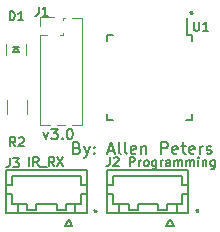
<source format=gbr>
G04 #@! TF.GenerationSoftware,KiCad,Pcbnew,(5.0.0)*
G04 #@! TF.CreationDate,2020-09-19T09:09:07-07:00*
G04 #@! TF.ProjectId,GrenadeConversion3,4772656E616465436F6E76657273696F,rev?*
G04 #@! TF.SameCoordinates,Original*
G04 #@! TF.FileFunction,Legend,Top*
G04 #@! TF.FilePolarity,Positive*
%FSLAX46Y46*%
G04 Gerber Fmt 4.6, Leading zero omitted, Abs format (unit mm)*
G04 Created by KiCad (PCBNEW (5.0.0)) date 09/19/20 09:09:07*
%MOMM*%
%LPD*%
G01*
G04 APERTURE LIST*
%ADD10C,0.127000*%
%ADD11C,0.200000*%
%ADD12C,0.150000*%
%ADD13C,0.120000*%
G04 APERTURE END LIST*
D10*
X105029000Y-92964000D02*
X105537000Y-92964000D01*
X105537000Y-93345000D02*
X105283000Y-92964000D01*
X105029000Y-93345000D02*
X105537000Y-93345000D01*
X105283000Y-92964000D02*
X105029000Y-93345000D01*
X120634760Y-106671049D02*
X120634760Y-106792001D01*
X120513807Y-106743620D02*
X120634760Y-106792001D01*
X120755712Y-106743620D01*
X120562188Y-106888763D02*
X120634760Y-106792001D01*
X120707331Y-106888763D01*
X112029240Y-106696449D02*
X112029240Y-106817401D01*
X111908287Y-106769020D02*
X112029240Y-106817401D01*
X112150192Y-106769020D01*
X111956668Y-106914163D02*
X112029240Y-106817401D01*
X112101811Y-106914163D01*
X120142000Y-89891809D02*
X120142000Y-90012761D01*
X120021047Y-89964380D02*
X120142000Y-90012761D01*
X120262952Y-89964380D01*
X120069428Y-90109523D02*
X120142000Y-90012761D01*
X120214571Y-90109523D01*
X107574080Y-100164900D02*
X107785746Y-100757566D01*
X107997413Y-100164900D01*
X108251413Y-99868566D02*
X108801746Y-99868566D01*
X108505413Y-100207233D01*
X108632413Y-100207233D01*
X108717080Y-100249566D01*
X108759413Y-100291900D01*
X108801746Y-100376566D01*
X108801746Y-100588233D01*
X108759413Y-100672900D01*
X108717080Y-100715233D01*
X108632413Y-100757566D01*
X108378413Y-100757566D01*
X108293746Y-100715233D01*
X108251413Y-100672900D01*
X109182746Y-100672900D02*
X109225080Y-100715233D01*
X109182746Y-100757566D01*
X109140413Y-100715233D01*
X109182746Y-100672900D01*
X109182746Y-100757566D01*
X109775413Y-99868566D02*
X109860080Y-99868566D01*
X109944746Y-99910900D01*
X109987080Y-99953233D01*
X110029413Y-100037900D01*
X110071746Y-100207233D01*
X110071746Y-100418900D01*
X110029413Y-100588233D01*
X109987080Y-100672900D01*
X109944746Y-100715233D01*
X109860080Y-100757566D01*
X109775413Y-100757566D01*
X109690746Y-100715233D01*
X109648413Y-100672900D01*
X109606080Y-100588233D01*
X109563746Y-100418900D01*
X109563746Y-100207233D01*
X109606080Y-100037900D01*
X109648413Y-99953233D01*
X109690746Y-99910900D01*
X109775413Y-99868566D01*
D11*
X110445920Y-101467611D02*
X110588777Y-101515230D01*
X110636396Y-101562849D01*
X110684015Y-101658087D01*
X110684015Y-101800944D01*
X110636396Y-101896182D01*
X110588777Y-101943801D01*
X110493539Y-101991420D01*
X110112586Y-101991420D01*
X110112586Y-100991420D01*
X110445920Y-100991420D01*
X110541158Y-101039040D01*
X110588777Y-101086659D01*
X110636396Y-101181897D01*
X110636396Y-101277135D01*
X110588777Y-101372373D01*
X110541158Y-101419992D01*
X110445920Y-101467611D01*
X110112586Y-101467611D01*
X111017348Y-101324754D02*
X111255443Y-101991420D01*
X111493539Y-101324754D02*
X111255443Y-101991420D01*
X111160205Y-102229516D01*
X111112586Y-102277135D01*
X111017348Y-102324754D01*
X111874491Y-101896182D02*
X111922110Y-101943801D01*
X111874491Y-101991420D01*
X111826872Y-101943801D01*
X111874491Y-101896182D01*
X111874491Y-101991420D01*
X111874491Y-101372373D02*
X111922110Y-101419992D01*
X111874491Y-101467611D01*
X111826872Y-101419992D01*
X111874491Y-101372373D01*
X111874491Y-101467611D01*
X113064967Y-101705706D02*
X113541158Y-101705706D01*
X112969729Y-101991420D02*
X113303062Y-100991420D01*
X113636396Y-101991420D01*
X114112586Y-101991420D02*
X114017348Y-101943801D01*
X113969729Y-101848563D01*
X113969729Y-100991420D01*
X114636396Y-101991420D02*
X114541158Y-101943801D01*
X114493539Y-101848563D01*
X114493539Y-100991420D01*
X115398300Y-101943801D02*
X115303062Y-101991420D01*
X115112586Y-101991420D01*
X115017348Y-101943801D01*
X114969729Y-101848563D01*
X114969729Y-101467611D01*
X115017348Y-101372373D01*
X115112586Y-101324754D01*
X115303062Y-101324754D01*
X115398300Y-101372373D01*
X115445920Y-101467611D01*
X115445920Y-101562849D01*
X114969729Y-101658087D01*
X115874491Y-101324754D02*
X115874491Y-101991420D01*
X115874491Y-101419992D02*
X115922110Y-101372373D01*
X116017348Y-101324754D01*
X116160205Y-101324754D01*
X116255443Y-101372373D01*
X116303062Y-101467611D01*
X116303062Y-101991420D01*
X117541158Y-101991420D02*
X117541158Y-100991420D01*
X117922110Y-100991420D01*
X118017348Y-101039040D01*
X118064967Y-101086659D01*
X118112586Y-101181897D01*
X118112586Y-101324754D01*
X118064967Y-101419992D01*
X118017348Y-101467611D01*
X117922110Y-101515230D01*
X117541158Y-101515230D01*
X118922110Y-101943801D02*
X118826872Y-101991420D01*
X118636396Y-101991420D01*
X118541158Y-101943801D01*
X118493539Y-101848563D01*
X118493539Y-101467611D01*
X118541158Y-101372373D01*
X118636396Y-101324754D01*
X118826872Y-101324754D01*
X118922110Y-101372373D01*
X118969729Y-101467611D01*
X118969729Y-101562849D01*
X118493539Y-101658087D01*
X119255443Y-101324754D02*
X119636396Y-101324754D01*
X119398300Y-100991420D02*
X119398300Y-101848563D01*
X119445920Y-101943801D01*
X119541158Y-101991420D01*
X119636396Y-101991420D01*
X120350681Y-101943801D02*
X120255443Y-101991420D01*
X120064967Y-101991420D01*
X119969729Y-101943801D01*
X119922110Y-101848563D01*
X119922110Y-101467611D01*
X119969729Y-101372373D01*
X120064967Y-101324754D01*
X120255443Y-101324754D01*
X120350681Y-101372373D01*
X120398300Y-101467611D01*
X120398300Y-101562849D01*
X119922110Y-101658087D01*
X120826872Y-101991420D02*
X120826872Y-101324754D01*
X120826872Y-101515230D02*
X120874491Y-101419992D01*
X120922110Y-101372373D01*
X121017348Y-101324754D01*
X121112586Y-101324754D01*
X121398300Y-101943801D02*
X121493539Y-101991420D01*
X121684015Y-101991420D01*
X121779253Y-101943801D01*
X121826872Y-101848563D01*
X121826872Y-101800944D01*
X121779253Y-101705706D01*
X121684015Y-101658087D01*
X121541158Y-101658087D01*
X121445920Y-101610468D01*
X121398300Y-101515230D01*
X121398300Y-101467611D01*
X121445920Y-101372373D01*
X121541158Y-101324754D01*
X121684015Y-101324754D01*
X121779253Y-101372373D01*
D12*
G04 #@! TO.C,U1*
X119733000Y-91879000D02*
X119733000Y-90504000D01*
X120183000Y-99129000D02*
X120183000Y-98604000D01*
X112933000Y-99129000D02*
X112933000Y-98604000D01*
X112933000Y-91879000D02*
X112933000Y-92404000D01*
X120183000Y-91879000D02*
X120183000Y-92404000D01*
X112933000Y-91879000D02*
X113458000Y-91879000D01*
X112933000Y-99129000D02*
X113458000Y-99129000D01*
X120183000Y-99129000D02*
X119658000Y-99129000D01*
X120183000Y-91879000D02*
X119733000Y-91879000D01*
D13*
G04 #@! TO.C,J1*
X107328000Y-90426000D02*
X108458000Y-90426000D01*
X107328000Y-91186000D02*
X107328000Y-90426000D01*
X110035530Y-90491000D02*
X110858000Y-90491000D01*
X109218000Y-90491000D02*
X109420470Y-90491000D01*
X109218000Y-90622529D02*
X109218000Y-90491000D01*
X109218000Y-91892529D02*
X109218000Y-91749471D01*
X109021471Y-91946000D02*
X109164529Y-91946000D01*
X107328000Y-91946000D02*
X107894529Y-91946000D01*
X110858000Y-90491000D02*
X110858000Y-99501000D01*
X107328000Y-91946000D02*
X107328000Y-99501000D01*
X108765530Y-99501000D02*
X109420470Y-99501000D01*
X110035530Y-99501000D02*
X110858000Y-99501000D01*
X107328000Y-99501000D02*
X108150470Y-99501000D01*
G04 #@! TO.C,D1*
X104433000Y-92636400D02*
X104433000Y-93636400D01*
X106133000Y-93636400D02*
X106133000Y-92636400D01*
D12*
G04 #@! TO.C,J2*
X114804000Y-106198000D02*
X114004000Y-106198000D01*
X114804000Y-106698000D02*
X114804000Y-106198000D01*
X115554000Y-106698000D02*
X114804000Y-106698000D01*
X115554000Y-106198000D02*
X115554000Y-106698000D01*
X117304000Y-106198000D02*
X115554000Y-106198000D01*
X117304000Y-106698000D02*
X117304000Y-106198000D01*
X118054000Y-106698000D02*
X117304000Y-106698000D01*
X118054000Y-106198000D02*
X118054000Y-106698000D01*
X118854000Y-106198000D02*
X118054000Y-106198000D01*
X114004000Y-106198000D02*
X114004000Y-106948000D01*
X113504000Y-106198000D02*
X114004000Y-106198000D01*
X113504000Y-105398000D02*
X113504000Y-106198000D01*
X113004000Y-105398000D02*
X113504000Y-105398000D01*
X118854000Y-106198000D02*
X118854000Y-106948000D01*
X119354000Y-106198000D02*
X118854000Y-106198000D01*
X119354000Y-105398000D02*
X119354000Y-106198000D01*
X119854000Y-105398000D02*
X119354000Y-105398000D01*
X113504000Y-104648000D02*
X113004000Y-104648000D01*
X113504000Y-103848000D02*
X113504000Y-104648000D01*
X119354000Y-103848000D02*
X113504000Y-103848000D01*
X119354000Y-104648000D02*
X119354000Y-103848000D01*
X119854000Y-104648000D02*
X119354000Y-104648000D01*
X118004000Y-108048000D02*
X118304000Y-107448000D01*
X118604000Y-108048000D02*
X118004000Y-108048000D01*
X118304000Y-107448000D02*
X118604000Y-108048000D01*
X113004000Y-106948000D02*
X119854000Y-106948000D01*
X113004000Y-103348000D02*
X113004000Y-106948000D01*
X119854000Y-103348000D02*
X113004000Y-103348000D01*
X119854000Y-106948000D02*
X119854000Y-103348000D01*
G04 #@! TO.C,J3*
X111278000Y-106948000D02*
X111278000Y-103348000D01*
X111278000Y-103348000D02*
X104428000Y-103348000D01*
X104428000Y-103348000D02*
X104428000Y-106948000D01*
X104428000Y-106948000D02*
X111278000Y-106948000D01*
X109728000Y-107448000D02*
X110028000Y-108048000D01*
X110028000Y-108048000D02*
X109428000Y-108048000D01*
X109428000Y-108048000D02*
X109728000Y-107448000D01*
X111278000Y-104648000D02*
X110778000Y-104648000D01*
X110778000Y-104648000D02*
X110778000Y-103848000D01*
X110778000Y-103848000D02*
X104928000Y-103848000D01*
X104928000Y-103848000D02*
X104928000Y-104648000D01*
X104928000Y-104648000D02*
X104428000Y-104648000D01*
X111278000Y-105398000D02*
X110778000Y-105398000D01*
X110778000Y-105398000D02*
X110778000Y-106198000D01*
X110778000Y-106198000D02*
X110278000Y-106198000D01*
X110278000Y-106198000D02*
X110278000Y-106948000D01*
X104428000Y-105398000D02*
X104928000Y-105398000D01*
X104928000Y-105398000D02*
X104928000Y-106198000D01*
X104928000Y-106198000D02*
X105428000Y-106198000D01*
X105428000Y-106198000D02*
X105428000Y-106948000D01*
X110278000Y-106198000D02*
X109478000Y-106198000D01*
X109478000Y-106198000D02*
X109478000Y-106698000D01*
X109478000Y-106698000D02*
X108728000Y-106698000D01*
X108728000Y-106698000D02*
X108728000Y-106198000D01*
X108728000Y-106198000D02*
X106978000Y-106198000D01*
X106978000Y-106198000D02*
X106978000Y-106698000D01*
X106978000Y-106698000D02*
X106228000Y-106698000D01*
X106228000Y-106698000D02*
X106228000Y-106198000D01*
X106228000Y-106198000D02*
X105428000Y-106198000D01*
D13*
G04 #@! TO.C,R2*
X104463960Y-98622400D02*
X104463960Y-97422400D01*
X106223960Y-97422400D02*
X106223960Y-98622400D01*
G04 #@! TO.C,U1*
D10*
X120327428Y-90796714D02*
X120327428Y-91413571D01*
X120363714Y-91486142D01*
X120400000Y-91522428D01*
X120472571Y-91558714D01*
X120617714Y-91558714D01*
X120690285Y-91522428D01*
X120726571Y-91486142D01*
X120762857Y-91413571D01*
X120762857Y-90796714D01*
X121524857Y-91558714D02*
X121089428Y-91558714D01*
X121307142Y-91558714D02*
X121307142Y-90796714D01*
X121234571Y-90905571D01*
X121162000Y-90978142D01*
X121089428Y-91014428D01*
G04 #@! TO.C,J1*
X107188000Y-89498714D02*
X107188000Y-90043000D01*
X107151714Y-90151857D01*
X107079142Y-90224428D01*
X106970285Y-90260714D01*
X106897714Y-90260714D01*
X107950000Y-90260714D02*
X107514571Y-90260714D01*
X107732285Y-90260714D02*
X107732285Y-89498714D01*
X107659714Y-89607571D01*
X107587142Y-89680142D01*
X107514571Y-89716428D01*
G04 #@! TO.C,D1*
X104720571Y-90667114D02*
X104720571Y-89905114D01*
X104902000Y-89905114D01*
X105010857Y-89941400D01*
X105083428Y-90013971D01*
X105119714Y-90086542D01*
X105156000Y-90231685D01*
X105156000Y-90340542D01*
X105119714Y-90485685D01*
X105083428Y-90558257D01*
X105010857Y-90630828D01*
X104902000Y-90667114D01*
X104720571Y-90667114D01*
X105881714Y-90667114D02*
X105446285Y-90667114D01*
X105664000Y-90667114D02*
X105664000Y-89905114D01*
X105591428Y-90013971D01*
X105518857Y-90086542D01*
X105446285Y-90122828D01*
G04 #@! TO.C,J2*
X113202720Y-102269834D02*
X113202720Y-102814120D01*
X113166434Y-102922977D01*
X113093862Y-102995548D01*
X112985005Y-103031834D01*
X112912434Y-103031834D01*
X113529291Y-102342405D02*
X113565577Y-102306120D01*
X113638148Y-102269834D01*
X113819577Y-102269834D01*
X113892148Y-102306120D01*
X113928434Y-102342405D01*
X113964720Y-102414977D01*
X113964720Y-102487548D01*
X113928434Y-102596405D01*
X113493005Y-103031834D01*
X113964720Y-103031834D01*
X114893634Y-103016594D02*
X114893634Y-102254594D01*
X115183920Y-102254594D01*
X115256491Y-102290880D01*
X115292777Y-102327165D01*
X115329062Y-102399737D01*
X115329062Y-102508594D01*
X115292777Y-102581165D01*
X115256491Y-102617451D01*
X115183920Y-102653737D01*
X114893634Y-102653737D01*
X115655634Y-103016594D02*
X115655634Y-102508594D01*
X115655634Y-102653737D02*
X115691920Y-102581165D01*
X115728205Y-102544880D01*
X115800777Y-102508594D01*
X115873348Y-102508594D01*
X116236205Y-103016594D02*
X116163634Y-102980308D01*
X116127348Y-102944022D01*
X116091062Y-102871451D01*
X116091062Y-102653737D01*
X116127348Y-102581165D01*
X116163634Y-102544880D01*
X116236205Y-102508594D01*
X116345062Y-102508594D01*
X116417634Y-102544880D01*
X116453920Y-102581165D01*
X116490205Y-102653737D01*
X116490205Y-102871451D01*
X116453920Y-102944022D01*
X116417634Y-102980308D01*
X116345062Y-103016594D01*
X116236205Y-103016594D01*
X117143348Y-102508594D02*
X117143348Y-103125451D01*
X117107062Y-103198022D01*
X117070777Y-103234308D01*
X116998205Y-103270594D01*
X116889348Y-103270594D01*
X116816777Y-103234308D01*
X117143348Y-102980308D02*
X117070777Y-103016594D01*
X116925634Y-103016594D01*
X116853062Y-102980308D01*
X116816777Y-102944022D01*
X116780491Y-102871451D01*
X116780491Y-102653737D01*
X116816777Y-102581165D01*
X116853062Y-102544880D01*
X116925634Y-102508594D01*
X117070777Y-102508594D01*
X117143348Y-102544880D01*
X117506205Y-103016594D02*
X117506205Y-102508594D01*
X117506205Y-102653737D02*
X117542491Y-102581165D01*
X117578777Y-102544880D01*
X117651348Y-102508594D01*
X117723920Y-102508594D01*
X118304491Y-103016594D02*
X118304491Y-102617451D01*
X118268205Y-102544880D01*
X118195634Y-102508594D01*
X118050491Y-102508594D01*
X117977920Y-102544880D01*
X118304491Y-102980308D02*
X118231920Y-103016594D01*
X118050491Y-103016594D01*
X117977920Y-102980308D01*
X117941634Y-102907737D01*
X117941634Y-102835165D01*
X117977920Y-102762594D01*
X118050491Y-102726308D01*
X118231920Y-102726308D01*
X118304491Y-102690022D01*
X118667348Y-103016594D02*
X118667348Y-102508594D01*
X118667348Y-102581165D02*
X118703634Y-102544880D01*
X118776205Y-102508594D01*
X118885062Y-102508594D01*
X118957634Y-102544880D01*
X118993920Y-102617451D01*
X118993920Y-103016594D01*
X118993920Y-102617451D02*
X119030205Y-102544880D01*
X119102777Y-102508594D01*
X119211634Y-102508594D01*
X119284205Y-102544880D01*
X119320491Y-102617451D01*
X119320491Y-103016594D01*
X119683348Y-103016594D02*
X119683348Y-102508594D01*
X119683348Y-102581165D02*
X119719634Y-102544880D01*
X119792205Y-102508594D01*
X119901062Y-102508594D01*
X119973634Y-102544880D01*
X120009920Y-102617451D01*
X120009920Y-103016594D01*
X120009920Y-102617451D02*
X120046205Y-102544880D01*
X120118777Y-102508594D01*
X120227634Y-102508594D01*
X120300205Y-102544880D01*
X120336491Y-102617451D01*
X120336491Y-103016594D01*
X120699348Y-103016594D02*
X120699348Y-102508594D01*
X120699348Y-102254594D02*
X120663062Y-102290880D01*
X120699348Y-102327165D01*
X120735634Y-102290880D01*
X120699348Y-102254594D01*
X120699348Y-102327165D01*
X121062205Y-102508594D02*
X121062205Y-103016594D01*
X121062205Y-102581165D02*
X121098491Y-102544880D01*
X121171062Y-102508594D01*
X121279920Y-102508594D01*
X121352491Y-102544880D01*
X121388777Y-102617451D01*
X121388777Y-103016594D01*
X122078205Y-102508594D02*
X122078205Y-103125451D01*
X122041920Y-103198022D01*
X122005634Y-103234308D01*
X121933062Y-103270594D01*
X121824205Y-103270594D01*
X121751634Y-103234308D01*
X122078205Y-102980308D02*
X122005634Y-103016594D01*
X121860491Y-103016594D01*
X121787920Y-102980308D01*
X121751634Y-102944022D01*
X121715348Y-102871451D01*
X121715348Y-102653737D01*
X121751634Y-102581165D01*
X121787920Y-102544880D01*
X121860491Y-102508594D01*
X122005634Y-102508594D01*
X122078205Y-102544880D01*
G04 #@! TO.C,J3*
X104719120Y-102366354D02*
X104719120Y-102910640D01*
X104682834Y-103019497D01*
X104610262Y-103092068D01*
X104501405Y-103128354D01*
X104428834Y-103128354D01*
X105009405Y-102366354D02*
X105481120Y-102366354D01*
X105227120Y-102656640D01*
X105335977Y-102656640D01*
X105408548Y-102692925D01*
X105444834Y-102729211D01*
X105481120Y-102801782D01*
X105481120Y-102983211D01*
X105444834Y-103055782D01*
X105408548Y-103092068D01*
X105335977Y-103128354D01*
X105118262Y-103128354D01*
X105045691Y-103092068D01*
X105009405Y-103055782D01*
X106372297Y-103011514D02*
X106372297Y-102249514D01*
X107170582Y-103011514D02*
X106916582Y-102648657D01*
X106735154Y-103011514D02*
X106735154Y-102249514D01*
X107025440Y-102249514D01*
X107098011Y-102285800D01*
X107134297Y-102322085D01*
X107170582Y-102394657D01*
X107170582Y-102503514D01*
X107134297Y-102576085D01*
X107098011Y-102612371D01*
X107025440Y-102648657D01*
X106735154Y-102648657D01*
X107315725Y-103084085D02*
X107896297Y-103084085D01*
X108513154Y-103011514D02*
X108259154Y-102648657D01*
X108077725Y-103011514D02*
X108077725Y-102249514D01*
X108368011Y-102249514D01*
X108440582Y-102285800D01*
X108476868Y-102322085D01*
X108513154Y-102394657D01*
X108513154Y-102503514D01*
X108476868Y-102576085D01*
X108440582Y-102612371D01*
X108368011Y-102648657D01*
X108077725Y-102648657D01*
X108767154Y-102249514D02*
X109275154Y-103011514D01*
X109275154Y-102249514D02*
X108767154Y-103011514D01*
G04 #@! TO.C,R2*
X105216960Y-101335114D02*
X104962960Y-100972257D01*
X104781531Y-101335114D02*
X104781531Y-100573114D01*
X105071817Y-100573114D01*
X105144388Y-100609400D01*
X105180674Y-100645685D01*
X105216960Y-100718257D01*
X105216960Y-100827114D01*
X105180674Y-100899685D01*
X105144388Y-100935971D01*
X105071817Y-100972257D01*
X104781531Y-100972257D01*
X105507245Y-100645685D02*
X105543531Y-100609400D01*
X105616102Y-100573114D01*
X105797531Y-100573114D01*
X105870102Y-100609400D01*
X105906388Y-100645685D01*
X105942674Y-100718257D01*
X105942674Y-100790828D01*
X105906388Y-100899685D01*
X105470960Y-101335114D01*
X105942674Y-101335114D01*
G04 #@! TD*
M02*

</source>
